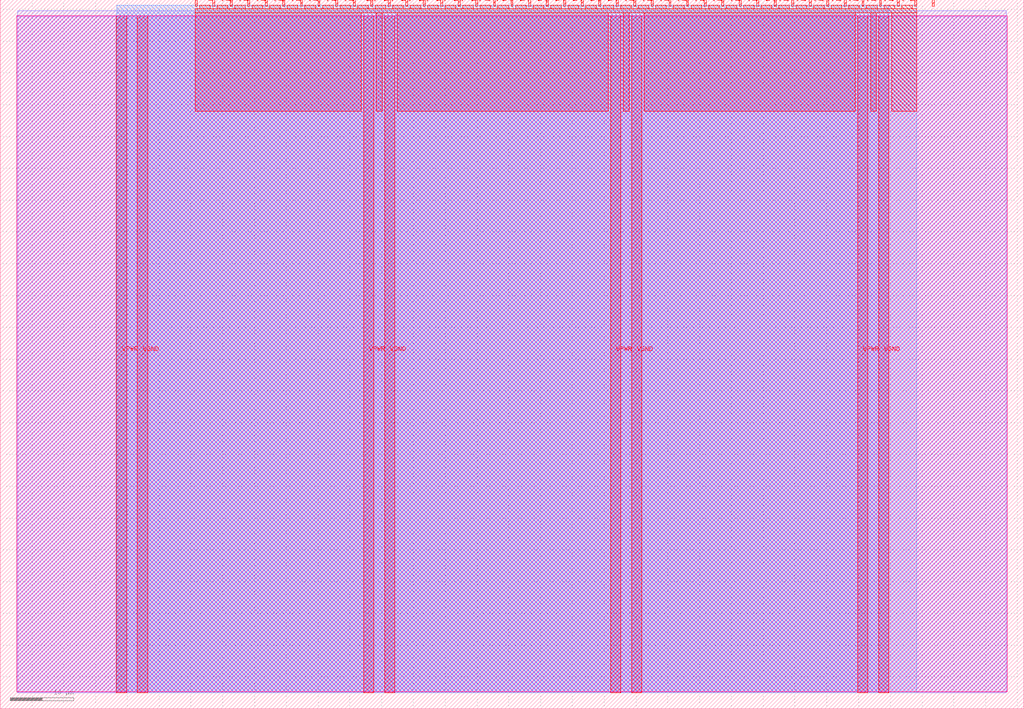
<source format=lef>
VERSION 5.7 ;
  NOWIREEXTENSIONATPIN ON ;
  DIVIDERCHAR "/" ;
  BUSBITCHARS "[]" ;
MACRO tt_um_wokwi_413919675346023425
  CLASS BLOCK ;
  FOREIGN tt_um_wokwi_413919675346023425 ;
  ORIGIN 0.000 0.000 ;
  SIZE 161.000 BY 111.520 ;
  PIN VGND
    DIRECTION INOUT ;
    USE GROUND ;
    PORT
      LAYER met4 ;
        RECT 21.580 2.480 23.180 109.040 ;
    END
    PORT
      LAYER met4 ;
        RECT 60.450 2.480 62.050 109.040 ;
    END
    PORT
      LAYER met4 ;
        RECT 99.320 2.480 100.920 109.040 ;
    END
    PORT
      LAYER met4 ;
        RECT 138.190 2.480 139.790 109.040 ;
    END
  END VGND
  PIN VPWR
    DIRECTION INOUT ;
    USE POWER ;
    PORT
      LAYER met4 ;
        RECT 18.280 2.480 19.880 109.040 ;
    END
    PORT
      LAYER met4 ;
        RECT 57.150 2.480 58.750 109.040 ;
    END
    PORT
      LAYER met4 ;
        RECT 96.020 2.480 97.620 109.040 ;
    END
    PORT
      LAYER met4 ;
        RECT 134.890 2.480 136.490 109.040 ;
    END
  END VPWR
  PIN clk
    DIRECTION INPUT ;
    USE SIGNAL ;
    ANTENNAGATEAREA 0.852000 ;
    PORT
      LAYER met4 ;
        RECT 143.830 110.520 144.130 111.520 ;
    END
  END clk
  PIN ena
    DIRECTION INPUT ;
    USE SIGNAL ;
    PORT
      LAYER met4 ;
        RECT 146.590 110.520 146.890 111.520 ;
    END
  END ena
  PIN rst_n
    DIRECTION INPUT ;
    USE SIGNAL ;
    PORT
      LAYER met4 ;
        RECT 141.070 110.520 141.370 111.520 ;
    END
  END rst_n
  PIN ui_in[0]
    DIRECTION INPUT ;
    USE SIGNAL ;
    ANTENNAGATEAREA 0.196500 ;
    PORT
      LAYER met4 ;
        RECT 138.310 110.520 138.610 111.520 ;
    END
  END ui_in[0]
  PIN ui_in[1]
    DIRECTION INPUT ;
    USE SIGNAL ;
    ANTENNAGATEAREA 0.196500 ;
    PORT
      LAYER met4 ;
        RECT 135.550 110.520 135.850 111.520 ;
    END
  END ui_in[1]
  PIN ui_in[2]
    DIRECTION INPUT ;
    USE SIGNAL ;
    ANTENNAGATEAREA 0.196500 ;
    PORT
      LAYER met4 ;
        RECT 132.790 110.520 133.090 111.520 ;
    END
  END ui_in[2]
  PIN ui_in[3]
    DIRECTION INPUT ;
    USE SIGNAL ;
    ANTENNAGATEAREA 0.196500 ;
    PORT
      LAYER met4 ;
        RECT 130.030 110.520 130.330 111.520 ;
    END
  END ui_in[3]
  PIN ui_in[4]
    DIRECTION INPUT ;
    USE SIGNAL ;
    ANTENNAGATEAREA 0.159000 ;
    PORT
      LAYER met4 ;
        RECT 127.270 110.520 127.570 111.520 ;
    END
  END ui_in[4]
  PIN ui_in[5]
    DIRECTION INPUT ;
    USE SIGNAL ;
    ANTENNAGATEAREA 0.159000 ;
    PORT
      LAYER met4 ;
        RECT 124.510 110.520 124.810 111.520 ;
    END
  END ui_in[5]
  PIN ui_in[6]
    DIRECTION INPUT ;
    USE SIGNAL ;
    ANTENNAGATEAREA 0.159000 ;
    PORT
      LAYER met4 ;
        RECT 121.750 110.520 122.050 111.520 ;
    END
  END ui_in[6]
  PIN ui_in[7]
    DIRECTION INPUT ;
    USE SIGNAL ;
    ANTENNAGATEAREA 0.159000 ;
    PORT
      LAYER met4 ;
        RECT 118.990 110.520 119.290 111.520 ;
    END
  END ui_in[7]
  PIN uio_in[0]
    DIRECTION INPUT ;
    USE SIGNAL ;
    PORT
      LAYER met4 ;
        RECT 116.230 110.520 116.530 111.520 ;
    END
  END uio_in[0]
  PIN uio_in[1]
    DIRECTION INPUT ;
    USE SIGNAL ;
    PORT
      LAYER met4 ;
        RECT 113.470 110.520 113.770 111.520 ;
    END
  END uio_in[1]
  PIN uio_in[2]
    DIRECTION INPUT ;
    USE SIGNAL ;
    PORT
      LAYER met4 ;
        RECT 110.710 110.520 111.010 111.520 ;
    END
  END uio_in[2]
  PIN uio_in[3]
    DIRECTION INPUT ;
    USE SIGNAL ;
    PORT
      LAYER met4 ;
        RECT 107.950 110.520 108.250 111.520 ;
    END
  END uio_in[3]
  PIN uio_in[4]
    DIRECTION INPUT ;
    USE SIGNAL ;
    PORT
      LAYER met4 ;
        RECT 105.190 110.520 105.490 111.520 ;
    END
  END uio_in[4]
  PIN uio_in[5]
    DIRECTION INPUT ;
    USE SIGNAL ;
    PORT
      LAYER met4 ;
        RECT 102.430 110.520 102.730 111.520 ;
    END
  END uio_in[5]
  PIN uio_in[6]
    DIRECTION INPUT ;
    USE SIGNAL ;
    PORT
      LAYER met4 ;
        RECT 99.670 110.520 99.970 111.520 ;
    END
  END uio_in[6]
  PIN uio_in[7]
    DIRECTION INPUT ;
    USE SIGNAL ;
    PORT
      LAYER met4 ;
        RECT 96.910 110.520 97.210 111.520 ;
    END
  END uio_in[7]
  PIN uio_oe[0]
    DIRECTION OUTPUT ;
    USE SIGNAL ;
    PORT
      LAYER met4 ;
        RECT 49.990 110.520 50.290 111.520 ;
    END
  END uio_oe[0]
  PIN uio_oe[1]
    DIRECTION OUTPUT ;
    USE SIGNAL ;
    PORT
      LAYER met4 ;
        RECT 47.230 110.520 47.530 111.520 ;
    END
  END uio_oe[1]
  PIN uio_oe[2]
    DIRECTION OUTPUT ;
    USE SIGNAL ;
    PORT
      LAYER met4 ;
        RECT 44.470 110.520 44.770 111.520 ;
    END
  END uio_oe[2]
  PIN uio_oe[3]
    DIRECTION OUTPUT ;
    USE SIGNAL ;
    PORT
      LAYER met4 ;
        RECT 41.710 110.520 42.010 111.520 ;
    END
  END uio_oe[3]
  PIN uio_oe[4]
    DIRECTION OUTPUT ;
    USE SIGNAL ;
    PORT
      LAYER met4 ;
        RECT 38.950 110.520 39.250 111.520 ;
    END
  END uio_oe[4]
  PIN uio_oe[5]
    DIRECTION OUTPUT ;
    USE SIGNAL ;
    PORT
      LAYER met4 ;
        RECT 36.190 110.520 36.490 111.520 ;
    END
  END uio_oe[5]
  PIN uio_oe[6]
    DIRECTION OUTPUT ;
    USE SIGNAL ;
    PORT
      LAYER met4 ;
        RECT 33.430 110.520 33.730 111.520 ;
    END
  END uio_oe[6]
  PIN uio_oe[7]
    DIRECTION OUTPUT ;
    USE SIGNAL ;
    PORT
      LAYER met4 ;
        RECT 30.670 110.520 30.970 111.520 ;
    END
  END uio_oe[7]
  PIN uio_out[0]
    DIRECTION OUTPUT ;
    USE SIGNAL ;
    PORT
      LAYER met4 ;
        RECT 72.070 110.520 72.370 111.520 ;
    END
  END uio_out[0]
  PIN uio_out[1]
    DIRECTION OUTPUT ;
    USE SIGNAL ;
    PORT
      LAYER met4 ;
        RECT 69.310 110.520 69.610 111.520 ;
    END
  END uio_out[1]
  PIN uio_out[2]
    DIRECTION OUTPUT ;
    USE SIGNAL ;
    PORT
      LAYER met4 ;
        RECT 66.550 110.520 66.850 111.520 ;
    END
  END uio_out[2]
  PIN uio_out[3]
    DIRECTION OUTPUT ;
    USE SIGNAL ;
    PORT
      LAYER met4 ;
        RECT 63.790 110.520 64.090 111.520 ;
    END
  END uio_out[3]
  PIN uio_out[4]
    DIRECTION OUTPUT ;
    USE SIGNAL ;
    PORT
      LAYER met4 ;
        RECT 61.030 110.520 61.330 111.520 ;
    END
  END uio_out[4]
  PIN uio_out[5]
    DIRECTION OUTPUT ;
    USE SIGNAL ;
    PORT
      LAYER met4 ;
        RECT 58.270 110.520 58.570 111.520 ;
    END
  END uio_out[5]
  PIN uio_out[6]
    DIRECTION OUTPUT ;
    USE SIGNAL ;
    PORT
      LAYER met4 ;
        RECT 55.510 110.520 55.810 111.520 ;
    END
  END uio_out[6]
  PIN uio_out[7]
    DIRECTION OUTPUT ;
    USE SIGNAL ;
    PORT
      LAYER met4 ;
        RECT 52.750 110.520 53.050 111.520 ;
    END
  END uio_out[7]
  PIN uo_out[0]
    DIRECTION OUTPUT ;
    USE SIGNAL ;
    ANTENNADIFFAREA 0.445500 ;
    PORT
      LAYER met4 ;
        RECT 94.150 110.520 94.450 111.520 ;
    END
  END uo_out[0]
  PIN uo_out[1]
    DIRECTION OUTPUT ;
    USE SIGNAL ;
    ANTENNADIFFAREA 0.445500 ;
    PORT
      LAYER met4 ;
        RECT 91.390 110.520 91.690 111.520 ;
    END
  END uo_out[1]
  PIN uo_out[2]
    DIRECTION OUTPUT ;
    USE SIGNAL ;
    ANTENNADIFFAREA 0.445500 ;
    PORT
      LAYER met4 ;
        RECT 88.630 110.520 88.930 111.520 ;
    END
  END uo_out[2]
  PIN uo_out[3]
    DIRECTION OUTPUT ;
    USE SIGNAL ;
    ANTENNADIFFAREA 0.795200 ;
    PORT
      LAYER met4 ;
        RECT 85.870 110.520 86.170 111.520 ;
    END
  END uo_out[3]
  PIN uo_out[4]
    DIRECTION OUTPUT ;
    USE SIGNAL ;
    ANTENNADIFFAREA 0.445500 ;
    PORT
      LAYER met4 ;
        RECT 83.110 110.520 83.410 111.520 ;
    END
  END uo_out[4]
  PIN uo_out[5]
    DIRECTION OUTPUT ;
    USE SIGNAL ;
    ANTENNADIFFAREA 0.445500 ;
    PORT
      LAYER met4 ;
        RECT 80.350 110.520 80.650 111.520 ;
    END
  END uo_out[5]
  PIN uo_out[6]
    DIRECTION OUTPUT ;
    USE SIGNAL ;
    ANTENNADIFFAREA 0.445500 ;
    PORT
      LAYER met4 ;
        RECT 77.590 110.520 77.890 111.520 ;
    END
  END uo_out[6]
  PIN uo_out[7]
    DIRECTION OUTPUT ;
    USE SIGNAL ;
    ANTENNADIFFAREA 0.445500 ;
    PORT
      LAYER met4 ;
        RECT 74.830 110.520 75.130 111.520 ;
    END
  END uo_out[7]
  OBS
      LAYER nwell ;
        RECT 2.570 2.635 158.430 108.990 ;
      LAYER li1 ;
        RECT 2.760 2.635 158.240 108.885 ;
      LAYER met1 ;
        RECT 2.760 2.480 158.240 109.780 ;
      LAYER met2 ;
        RECT 18.310 2.535 139.760 110.685 ;
      LAYER met3 ;
        RECT 18.290 2.555 144.170 110.665 ;
      LAYER met4 ;
        RECT 31.370 110.120 33.030 110.665 ;
        RECT 34.130 110.120 35.790 110.665 ;
        RECT 36.890 110.120 38.550 110.665 ;
        RECT 39.650 110.120 41.310 110.665 ;
        RECT 42.410 110.120 44.070 110.665 ;
        RECT 45.170 110.120 46.830 110.665 ;
        RECT 47.930 110.120 49.590 110.665 ;
        RECT 50.690 110.120 52.350 110.665 ;
        RECT 53.450 110.120 55.110 110.665 ;
        RECT 56.210 110.120 57.870 110.665 ;
        RECT 58.970 110.120 60.630 110.665 ;
        RECT 61.730 110.120 63.390 110.665 ;
        RECT 64.490 110.120 66.150 110.665 ;
        RECT 67.250 110.120 68.910 110.665 ;
        RECT 70.010 110.120 71.670 110.665 ;
        RECT 72.770 110.120 74.430 110.665 ;
        RECT 75.530 110.120 77.190 110.665 ;
        RECT 78.290 110.120 79.950 110.665 ;
        RECT 81.050 110.120 82.710 110.665 ;
        RECT 83.810 110.120 85.470 110.665 ;
        RECT 86.570 110.120 88.230 110.665 ;
        RECT 89.330 110.120 90.990 110.665 ;
        RECT 92.090 110.120 93.750 110.665 ;
        RECT 94.850 110.120 96.510 110.665 ;
        RECT 97.610 110.120 99.270 110.665 ;
        RECT 100.370 110.120 102.030 110.665 ;
        RECT 103.130 110.120 104.790 110.665 ;
        RECT 105.890 110.120 107.550 110.665 ;
        RECT 108.650 110.120 110.310 110.665 ;
        RECT 111.410 110.120 113.070 110.665 ;
        RECT 114.170 110.120 115.830 110.665 ;
        RECT 116.930 110.120 118.590 110.665 ;
        RECT 119.690 110.120 121.350 110.665 ;
        RECT 122.450 110.120 124.110 110.665 ;
        RECT 125.210 110.120 126.870 110.665 ;
        RECT 127.970 110.120 129.630 110.665 ;
        RECT 130.730 110.120 132.390 110.665 ;
        RECT 133.490 110.120 135.150 110.665 ;
        RECT 136.250 110.120 137.910 110.665 ;
        RECT 139.010 110.120 140.670 110.665 ;
        RECT 141.770 110.120 143.430 110.665 ;
        RECT 30.655 109.440 144.145 110.120 ;
        RECT 30.655 94.015 56.750 109.440 ;
        RECT 59.150 94.015 60.050 109.440 ;
        RECT 62.450 94.015 95.620 109.440 ;
        RECT 98.020 94.015 98.920 109.440 ;
        RECT 101.320 94.015 134.490 109.440 ;
        RECT 136.890 94.015 137.790 109.440 ;
        RECT 140.190 94.015 144.145 109.440 ;
  END
END tt_um_wokwi_413919675346023425
END LIBRARY


</source>
